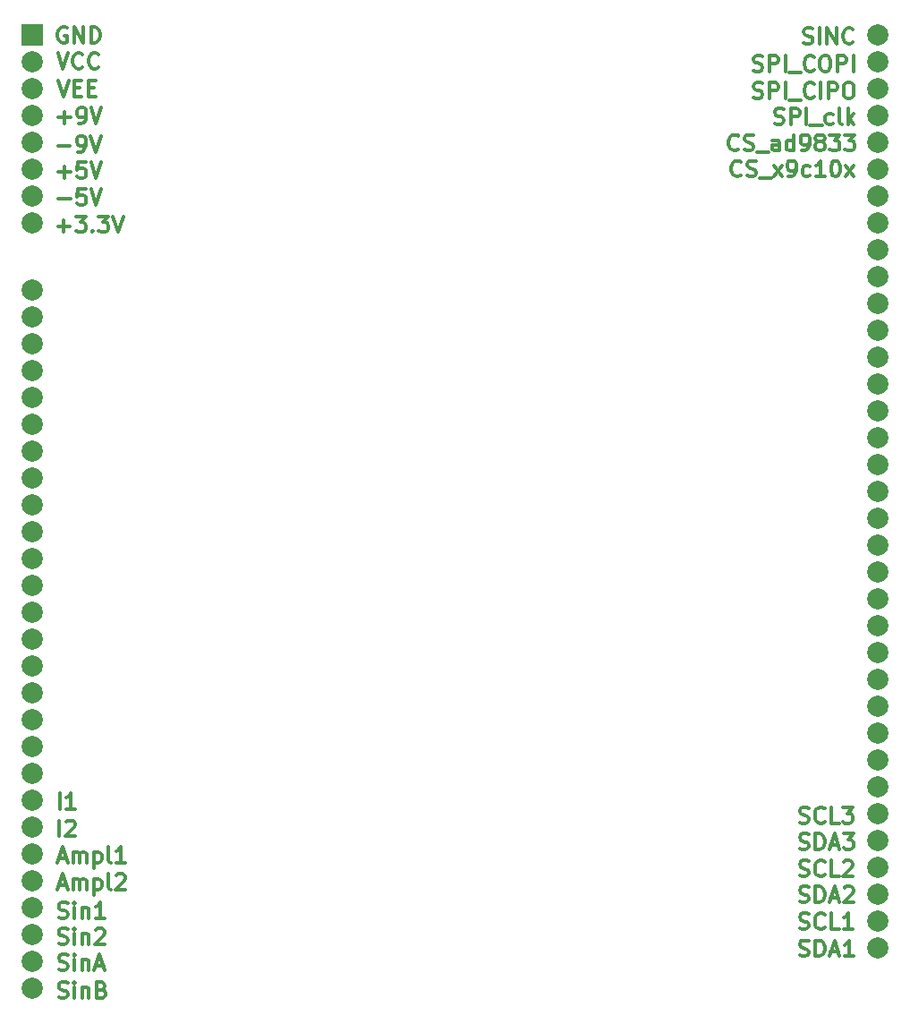
<source format=gbr>
%TF.GenerationSoftware,KiCad,Pcbnew,7.0.5-7.0.5~ubuntu20.04.1*%
%TF.CreationDate,2023-07-21T18:18:41-03:00*%
%TF.ProjectId,Barramento_EITduino,42617272-616d-4656-9e74-6f5f45495464,v01*%
%TF.SameCoordinates,Original*%
%TF.FileFunction,Copper,L1,Top*%
%TF.FilePolarity,Positive*%
%FSLAX46Y46*%
G04 Gerber Fmt 4.6, Leading zero omitted, Abs format (unit mm)*
G04 Created by KiCad (PCBNEW 7.0.5-7.0.5~ubuntu20.04.1) date 2023-07-21 18:18:41*
%MOMM*%
%LPD*%
G01*
G04 APERTURE LIST*
%ADD10C,0.300000*%
%TA.AperFunction,NonConductor*%
%ADD11C,0.300000*%
%TD*%
%TA.AperFunction,ComponentPad*%
%ADD12C,2.000000*%
%TD*%
%TA.AperFunction,ComponentPad*%
%ADD13R,2.000000X2.000000*%
%TD*%
G04 APERTURE END LIST*
D10*
D11*
X179299082Y-144229400D02*
X179513368Y-144300828D01*
X179513368Y-144300828D02*
X179870510Y-144300828D01*
X179870510Y-144300828D02*
X180013368Y-144229400D01*
X180013368Y-144229400D02*
X180084796Y-144157971D01*
X180084796Y-144157971D02*
X180156225Y-144015114D01*
X180156225Y-144015114D02*
X180156225Y-143872257D01*
X180156225Y-143872257D02*
X180084796Y-143729400D01*
X180084796Y-143729400D02*
X180013368Y-143657971D01*
X180013368Y-143657971D02*
X179870510Y-143586542D01*
X179870510Y-143586542D02*
X179584796Y-143515114D01*
X179584796Y-143515114D02*
X179441939Y-143443685D01*
X179441939Y-143443685D02*
X179370510Y-143372257D01*
X179370510Y-143372257D02*
X179299082Y-143229400D01*
X179299082Y-143229400D02*
X179299082Y-143086542D01*
X179299082Y-143086542D02*
X179370510Y-142943685D01*
X179370510Y-142943685D02*
X179441939Y-142872257D01*
X179441939Y-142872257D02*
X179584796Y-142800828D01*
X179584796Y-142800828D02*
X179941939Y-142800828D01*
X179941939Y-142800828D02*
X180156225Y-142872257D01*
X180799081Y-144300828D02*
X180799081Y-142800828D01*
X180799081Y-142800828D02*
X181156224Y-142800828D01*
X181156224Y-142800828D02*
X181370510Y-142872257D01*
X181370510Y-142872257D02*
X181513367Y-143015114D01*
X181513367Y-143015114D02*
X181584796Y-143157971D01*
X181584796Y-143157971D02*
X181656224Y-143443685D01*
X181656224Y-143443685D02*
X181656224Y-143657971D01*
X181656224Y-143657971D02*
X181584796Y-143943685D01*
X181584796Y-143943685D02*
X181513367Y-144086542D01*
X181513367Y-144086542D02*
X181370510Y-144229400D01*
X181370510Y-144229400D02*
X181156224Y-144300828D01*
X181156224Y-144300828D02*
X180799081Y-144300828D01*
X182227653Y-143872257D02*
X182941939Y-143872257D01*
X182084796Y-144300828D02*
X182584796Y-142800828D01*
X182584796Y-142800828D02*
X183084796Y-144300828D01*
X184370510Y-144300828D02*
X183513367Y-144300828D01*
X183941938Y-144300828D02*
X183941938Y-142800828D01*
X183941938Y-142800828D02*
X183799081Y-143015114D01*
X183799081Y-143015114D02*
X183656224Y-143157971D01*
X183656224Y-143157971D02*
X183513367Y-143229400D01*
D10*
D11*
X109195082Y-145525400D02*
X109409368Y-145596828D01*
X109409368Y-145596828D02*
X109766510Y-145596828D01*
X109766510Y-145596828D02*
X109909368Y-145525400D01*
X109909368Y-145525400D02*
X109980796Y-145453971D01*
X109980796Y-145453971D02*
X110052225Y-145311114D01*
X110052225Y-145311114D02*
X110052225Y-145168257D01*
X110052225Y-145168257D02*
X109980796Y-145025400D01*
X109980796Y-145025400D02*
X109909368Y-144953971D01*
X109909368Y-144953971D02*
X109766510Y-144882542D01*
X109766510Y-144882542D02*
X109480796Y-144811114D01*
X109480796Y-144811114D02*
X109337939Y-144739685D01*
X109337939Y-144739685D02*
X109266510Y-144668257D01*
X109266510Y-144668257D02*
X109195082Y-144525400D01*
X109195082Y-144525400D02*
X109195082Y-144382542D01*
X109195082Y-144382542D02*
X109266510Y-144239685D01*
X109266510Y-144239685D02*
X109337939Y-144168257D01*
X109337939Y-144168257D02*
X109480796Y-144096828D01*
X109480796Y-144096828D02*
X109837939Y-144096828D01*
X109837939Y-144096828D02*
X110052225Y-144168257D01*
X110695081Y-145596828D02*
X110695081Y-144596828D01*
X110695081Y-144096828D02*
X110623653Y-144168257D01*
X110623653Y-144168257D02*
X110695081Y-144239685D01*
X110695081Y-144239685D02*
X110766510Y-144168257D01*
X110766510Y-144168257D02*
X110695081Y-144096828D01*
X110695081Y-144096828D02*
X110695081Y-144239685D01*
X111409367Y-144596828D02*
X111409367Y-145596828D01*
X111409367Y-144739685D02*
X111480796Y-144668257D01*
X111480796Y-144668257D02*
X111623653Y-144596828D01*
X111623653Y-144596828D02*
X111837939Y-144596828D01*
X111837939Y-144596828D02*
X111980796Y-144668257D01*
X111980796Y-144668257D02*
X112052225Y-144811114D01*
X112052225Y-144811114D02*
X112052225Y-145596828D01*
X112695082Y-145168257D02*
X113409368Y-145168257D01*
X112552225Y-145596828D02*
X113052225Y-144096828D01*
X113052225Y-144096828D02*
X113552225Y-145596828D01*
D10*
D11*
X174933082Y-63079400D02*
X175147368Y-63150828D01*
X175147368Y-63150828D02*
X175504510Y-63150828D01*
X175504510Y-63150828D02*
X175647368Y-63079400D01*
X175647368Y-63079400D02*
X175718796Y-63007971D01*
X175718796Y-63007971D02*
X175790225Y-62865114D01*
X175790225Y-62865114D02*
X175790225Y-62722257D01*
X175790225Y-62722257D02*
X175718796Y-62579400D01*
X175718796Y-62579400D02*
X175647368Y-62507971D01*
X175647368Y-62507971D02*
X175504510Y-62436542D01*
X175504510Y-62436542D02*
X175218796Y-62365114D01*
X175218796Y-62365114D02*
X175075939Y-62293685D01*
X175075939Y-62293685D02*
X175004510Y-62222257D01*
X175004510Y-62222257D02*
X174933082Y-62079400D01*
X174933082Y-62079400D02*
X174933082Y-61936542D01*
X174933082Y-61936542D02*
X175004510Y-61793685D01*
X175004510Y-61793685D02*
X175075939Y-61722257D01*
X175075939Y-61722257D02*
X175218796Y-61650828D01*
X175218796Y-61650828D02*
X175575939Y-61650828D01*
X175575939Y-61650828D02*
X175790225Y-61722257D01*
X176433081Y-63150828D02*
X176433081Y-61650828D01*
X176433081Y-61650828D02*
X177004510Y-61650828D01*
X177004510Y-61650828D02*
X177147367Y-61722257D01*
X177147367Y-61722257D02*
X177218796Y-61793685D01*
X177218796Y-61793685D02*
X177290224Y-61936542D01*
X177290224Y-61936542D02*
X177290224Y-62150828D01*
X177290224Y-62150828D02*
X177218796Y-62293685D01*
X177218796Y-62293685D02*
X177147367Y-62365114D01*
X177147367Y-62365114D02*
X177004510Y-62436542D01*
X177004510Y-62436542D02*
X176433081Y-62436542D01*
X177933081Y-63150828D02*
X177933081Y-61650828D01*
X178290225Y-63293685D02*
X179433082Y-63293685D01*
X180647367Y-63007971D02*
X180575939Y-63079400D01*
X180575939Y-63079400D02*
X180361653Y-63150828D01*
X180361653Y-63150828D02*
X180218796Y-63150828D01*
X180218796Y-63150828D02*
X180004510Y-63079400D01*
X180004510Y-63079400D02*
X179861653Y-62936542D01*
X179861653Y-62936542D02*
X179790224Y-62793685D01*
X179790224Y-62793685D02*
X179718796Y-62507971D01*
X179718796Y-62507971D02*
X179718796Y-62293685D01*
X179718796Y-62293685D02*
X179790224Y-62007971D01*
X179790224Y-62007971D02*
X179861653Y-61865114D01*
X179861653Y-61865114D02*
X180004510Y-61722257D01*
X180004510Y-61722257D02*
X180218796Y-61650828D01*
X180218796Y-61650828D02*
X180361653Y-61650828D01*
X180361653Y-61650828D02*
X180575939Y-61722257D01*
X180575939Y-61722257D02*
X180647367Y-61793685D01*
X181290224Y-63150828D02*
X181290224Y-61650828D01*
X182004510Y-63150828D02*
X182004510Y-61650828D01*
X182004510Y-61650828D02*
X182575939Y-61650828D01*
X182575939Y-61650828D02*
X182718796Y-61722257D01*
X182718796Y-61722257D02*
X182790225Y-61793685D01*
X182790225Y-61793685D02*
X182861653Y-61936542D01*
X182861653Y-61936542D02*
X182861653Y-62150828D01*
X182861653Y-62150828D02*
X182790225Y-62293685D01*
X182790225Y-62293685D02*
X182718796Y-62365114D01*
X182718796Y-62365114D02*
X182575939Y-62436542D01*
X182575939Y-62436542D02*
X182004510Y-62436542D01*
X183790225Y-61650828D02*
X184075939Y-61650828D01*
X184075939Y-61650828D02*
X184218796Y-61722257D01*
X184218796Y-61722257D02*
X184361653Y-61865114D01*
X184361653Y-61865114D02*
X184433082Y-62150828D01*
X184433082Y-62150828D02*
X184433082Y-62650828D01*
X184433082Y-62650828D02*
X184361653Y-62936542D01*
X184361653Y-62936542D02*
X184218796Y-63079400D01*
X184218796Y-63079400D02*
X184075939Y-63150828D01*
X184075939Y-63150828D02*
X183790225Y-63150828D01*
X183790225Y-63150828D02*
X183647368Y-63079400D01*
X183647368Y-63079400D02*
X183504510Y-62936542D01*
X183504510Y-62936542D02*
X183433082Y-62650828D01*
X183433082Y-62650828D02*
X183433082Y-62150828D01*
X183433082Y-62150828D02*
X183504510Y-61865114D01*
X183504510Y-61865114D02*
X183647368Y-61722257D01*
X183647368Y-61722257D02*
X183790225Y-61650828D01*
D10*
D11*
X173761653Y-70407971D02*
X173690225Y-70479400D01*
X173690225Y-70479400D02*
X173475939Y-70550828D01*
X173475939Y-70550828D02*
X173333082Y-70550828D01*
X173333082Y-70550828D02*
X173118796Y-70479400D01*
X173118796Y-70479400D02*
X172975939Y-70336542D01*
X172975939Y-70336542D02*
X172904510Y-70193685D01*
X172904510Y-70193685D02*
X172833082Y-69907971D01*
X172833082Y-69907971D02*
X172833082Y-69693685D01*
X172833082Y-69693685D02*
X172904510Y-69407971D01*
X172904510Y-69407971D02*
X172975939Y-69265114D01*
X172975939Y-69265114D02*
X173118796Y-69122257D01*
X173118796Y-69122257D02*
X173333082Y-69050828D01*
X173333082Y-69050828D02*
X173475939Y-69050828D01*
X173475939Y-69050828D02*
X173690225Y-69122257D01*
X173690225Y-69122257D02*
X173761653Y-69193685D01*
X174333082Y-70479400D02*
X174547368Y-70550828D01*
X174547368Y-70550828D02*
X174904510Y-70550828D01*
X174904510Y-70550828D02*
X175047368Y-70479400D01*
X175047368Y-70479400D02*
X175118796Y-70407971D01*
X175118796Y-70407971D02*
X175190225Y-70265114D01*
X175190225Y-70265114D02*
X175190225Y-70122257D01*
X175190225Y-70122257D02*
X175118796Y-69979400D01*
X175118796Y-69979400D02*
X175047368Y-69907971D01*
X175047368Y-69907971D02*
X174904510Y-69836542D01*
X174904510Y-69836542D02*
X174618796Y-69765114D01*
X174618796Y-69765114D02*
X174475939Y-69693685D01*
X174475939Y-69693685D02*
X174404510Y-69622257D01*
X174404510Y-69622257D02*
X174333082Y-69479400D01*
X174333082Y-69479400D02*
X174333082Y-69336542D01*
X174333082Y-69336542D02*
X174404510Y-69193685D01*
X174404510Y-69193685D02*
X174475939Y-69122257D01*
X174475939Y-69122257D02*
X174618796Y-69050828D01*
X174618796Y-69050828D02*
X174975939Y-69050828D01*
X174975939Y-69050828D02*
X175190225Y-69122257D01*
X175475939Y-70693685D02*
X176618796Y-70693685D01*
X176833081Y-70550828D02*
X177618796Y-69550828D01*
X176833081Y-69550828D02*
X177618796Y-70550828D01*
X178261653Y-70550828D02*
X178547367Y-70550828D01*
X178547367Y-70550828D02*
X178690224Y-70479400D01*
X178690224Y-70479400D02*
X178761653Y-70407971D01*
X178761653Y-70407971D02*
X178904510Y-70193685D01*
X178904510Y-70193685D02*
X178975939Y-69907971D01*
X178975939Y-69907971D02*
X178975939Y-69336542D01*
X178975939Y-69336542D02*
X178904510Y-69193685D01*
X178904510Y-69193685D02*
X178833082Y-69122257D01*
X178833082Y-69122257D02*
X178690224Y-69050828D01*
X178690224Y-69050828D02*
X178404510Y-69050828D01*
X178404510Y-69050828D02*
X178261653Y-69122257D01*
X178261653Y-69122257D02*
X178190224Y-69193685D01*
X178190224Y-69193685D02*
X178118796Y-69336542D01*
X178118796Y-69336542D02*
X178118796Y-69693685D01*
X178118796Y-69693685D02*
X178190224Y-69836542D01*
X178190224Y-69836542D02*
X178261653Y-69907971D01*
X178261653Y-69907971D02*
X178404510Y-69979400D01*
X178404510Y-69979400D02*
X178690224Y-69979400D01*
X178690224Y-69979400D02*
X178833082Y-69907971D01*
X178833082Y-69907971D02*
X178904510Y-69836542D01*
X178904510Y-69836542D02*
X178975939Y-69693685D01*
X180261653Y-70479400D02*
X180118795Y-70550828D01*
X180118795Y-70550828D02*
X179833081Y-70550828D01*
X179833081Y-70550828D02*
X179690224Y-70479400D01*
X179690224Y-70479400D02*
X179618795Y-70407971D01*
X179618795Y-70407971D02*
X179547367Y-70265114D01*
X179547367Y-70265114D02*
X179547367Y-69836542D01*
X179547367Y-69836542D02*
X179618795Y-69693685D01*
X179618795Y-69693685D02*
X179690224Y-69622257D01*
X179690224Y-69622257D02*
X179833081Y-69550828D01*
X179833081Y-69550828D02*
X180118795Y-69550828D01*
X180118795Y-69550828D02*
X180261653Y-69622257D01*
X181690224Y-70550828D02*
X180833081Y-70550828D01*
X181261652Y-70550828D02*
X181261652Y-69050828D01*
X181261652Y-69050828D02*
X181118795Y-69265114D01*
X181118795Y-69265114D02*
X180975938Y-69407971D01*
X180975938Y-69407971D02*
X180833081Y-69479400D01*
X182618795Y-69050828D02*
X182761652Y-69050828D01*
X182761652Y-69050828D02*
X182904509Y-69122257D01*
X182904509Y-69122257D02*
X182975938Y-69193685D01*
X182975938Y-69193685D02*
X183047366Y-69336542D01*
X183047366Y-69336542D02*
X183118795Y-69622257D01*
X183118795Y-69622257D02*
X183118795Y-69979400D01*
X183118795Y-69979400D02*
X183047366Y-70265114D01*
X183047366Y-70265114D02*
X182975938Y-70407971D01*
X182975938Y-70407971D02*
X182904509Y-70479400D01*
X182904509Y-70479400D02*
X182761652Y-70550828D01*
X182761652Y-70550828D02*
X182618795Y-70550828D01*
X182618795Y-70550828D02*
X182475938Y-70479400D01*
X182475938Y-70479400D02*
X182404509Y-70407971D01*
X182404509Y-70407971D02*
X182333080Y-70265114D01*
X182333080Y-70265114D02*
X182261652Y-69979400D01*
X182261652Y-69979400D02*
X182261652Y-69622257D01*
X182261652Y-69622257D02*
X182333080Y-69336542D01*
X182333080Y-69336542D02*
X182404509Y-69193685D01*
X182404509Y-69193685D02*
X182475938Y-69122257D01*
X182475938Y-69122257D02*
X182618795Y-69050828D01*
X183618794Y-70550828D02*
X184404509Y-69550828D01*
X183618794Y-69550828D02*
X184404509Y-70550828D01*
D10*
D11*
X109104510Y-67629400D02*
X110247368Y-67629400D01*
X111033082Y-68200828D02*
X111318796Y-68200828D01*
X111318796Y-68200828D02*
X111461653Y-68129400D01*
X111461653Y-68129400D02*
X111533082Y-68057971D01*
X111533082Y-68057971D02*
X111675939Y-67843685D01*
X111675939Y-67843685D02*
X111747368Y-67557971D01*
X111747368Y-67557971D02*
X111747368Y-66986542D01*
X111747368Y-66986542D02*
X111675939Y-66843685D01*
X111675939Y-66843685D02*
X111604511Y-66772257D01*
X111604511Y-66772257D02*
X111461653Y-66700828D01*
X111461653Y-66700828D02*
X111175939Y-66700828D01*
X111175939Y-66700828D02*
X111033082Y-66772257D01*
X111033082Y-66772257D02*
X110961653Y-66843685D01*
X110961653Y-66843685D02*
X110890225Y-66986542D01*
X110890225Y-66986542D02*
X110890225Y-67343685D01*
X110890225Y-67343685D02*
X110961653Y-67486542D01*
X110961653Y-67486542D02*
X111033082Y-67557971D01*
X111033082Y-67557971D02*
X111175939Y-67629400D01*
X111175939Y-67629400D02*
X111461653Y-67629400D01*
X111461653Y-67629400D02*
X111604511Y-67557971D01*
X111604511Y-67557971D02*
X111675939Y-67486542D01*
X111675939Y-67486542D02*
X111747368Y-67343685D01*
X112175939Y-66700828D02*
X112675939Y-68200828D01*
X112675939Y-68200828D02*
X113175939Y-66700828D01*
D10*
D11*
X173511653Y-67957971D02*
X173440225Y-68029400D01*
X173440225Y-68029400D02*
X173225939Y-68100828D01*
X173225939Y-68100828D02*
X173083082Y-68100828D01*
X173083082Y-68100828D02*
X172868796Y-68029400D01*
X172868796Y-68029400D02*
X172725939Y-67886542D01*
X172725939Y-67886542D02*
X172654510Y-67743685D01*
X172654510Y-67743685D02*
X172583082Y-67457971D01*
X172583082Y-67457971D02*
X172583082Y-67243685D01*
X172583082Y-67243685D02*
X172654510Y-66957971D01*
X172654510Y-66957971D02*
X172725939Y-66815114D01*
X172725939Y-66815114D02*
X172868796Y-66672257D01*
X172868796Y-66672257D02*
X173083082Y-66600828D01*
X173083082Y-66600828D02*
X173225939Y-66600828D01*
X173225939Y-66600828D02*
X173440225Y-66672257D01*
X173440225Y-66672257D02*
X173511653Y-66743685D01*
X174083082Y-68029400D02*
X174297368Y-68100828D01*
X174297368Y-68100828D02*
X174654510Y-68100828D01*
X174654510Y-68100828D02*
X174797368Y-68029400D01*
X174797368Y-68029400D02*
X174868796Y-67957971D01*
X174868796Y-67957971D02*
X174940225Y-67815114D01*
X174940225Y-67815114D02*
X174940225Y-67672257D01*
X174940225Y-67672257D02*
X174868796Y-67529400D01*
X174868796Y-67529400D02*
X174797368Y-67457971D01*
X174797368Y-67457971D02*
X174654510Y-67386542D01*
X174654510Y-67386542D02*
X174368796Y-67315114D01*
X174368796Y-67315114D02*
X174225939Y-67243685D01*
X174225939Y-67243685D02*
X174154510Y-67172257D01*
X174154510Y-67172257D02*
X174083082Y-67029400D01*
X174083082Y-67029400D02*
X174083082Y-66886542D01*
X174083082Y-66886542D02*
X174154510Y-66743685D01*
X174154510Y-66743685D02*
X174225939Y-66672257D01*
X174225939Y-66672257D02*
X174368796Y-66600828D01*
X174368796Y-66600828D02*
X174725939Y-66600828D01*
X174725939Y-66600828D02*
X174940225Y-66672257D01*
X175225939Y-68243685D02*
X176368796Y-68243685D01*
X177368796Y-68100828D02*
X177368796Y-67315114D01*
X177368796Y-67315114D02*
X177297367Y-67172257D01*
X177297367Y-67172257D02*
X177154510Y-67100828D01*
X177154510Y-67100828D02*
X176868796Y-67100828D01*
X176868796Y-67100828D02*
X176725938Y-67172257D01*
X177368796Y-68029400D02*
X177225938Y-68100828D01*
X177225938Y-68100828D02*
X176868796Y-68100828D01*
X176868796Y-68100828D02*
X176725938Y-68029400D01*
X176725938Y-68029400D02*
X176654510Y-67886542D01*
X176654510Y-67886542D02*
X176654510Y-67743685D01*
X176654510Y-67743685D02*
X176725938Y-67600828D01*
X176725938Y-67600828D02*
X176868796Y-67529400D01*
X176868796Y-67529400D02*
X177225938Y-67529400D01*
X177225938Y-67529400D02*
X177368796Y-67457971D01*
X178725939Y-68100828D02*
X178725939Y-66600828D01*
X178725939Y-68029400D02*
X178583081Y-68100828D01*
X178583081Y-68100828D02*
X178297367Y-68100828D01*
X178297367Y-68100828D02*
X178154510Y-68029400D01*
X178154510Y-68029400D02*
X178083081Y-67957971D01*
X178083081Y-67957971D02*
X178011653Y-67815114D01*
X178011653Y-67815114D02*
X178011653Y-67386542D01*
X178011653Y-67386542D02*
X178083081Y-67243685D01*
X178083081Y-67243685D02*
X178154510Y-67172257D01*
X178154510Y-67172257D02*
X178297367Y-67100828D01*
X178297367Y-67100828D02*
X178583081Y-67100828D01*
X178583081Y-67100828D02*
X178725939Y-67172257D01*
X179511653Y-68100828D02*
X179797367Y-68100828D01*
X179797367Y-68100828D02*
X179940224Y-68029400D01*
X179940224Y-68029400D02*
X180011653Y-67957971D01*
X180011653Y-67957971D02*
X180154510Y-67743685D01*
X180154510Y-67743685D02*
X180225939Y-67457971D01*
X180225939Y-67457971D02*
X180225939Y-66886542D01*
X180225939Y-66886542D02*
X180154510Y-66743685D01*
X180154510Y-66743685D02*
X180083082Y-66672257D01*
X180083082Y-66672257D02*
X179940224Y-66600828D01*
X179940224Y-66600828D02*
X179654510Y-66600828D01*
X179654510Y-66600828D02*
X179511653Y-66672257D01*
X179511653Y-66672257D02*
X179440224Y-66743685D01*
X179440224Y-66743685D02*
X179368796Y-66886542D01*
X179368796Y-66886542D02*
X179368796Y-67243685D01*
X179368796Y-67243685D02*
X179440224Y-67386542D01*
X179440224Y-67386542D02*
X179511653Y-67457971D01*
X179511653Y-67457971D02*
X179654510Y-67529400D01*
X179654510Y-67529400D02*
X179940224Y-67529400D01*
X179940224Y-67529400D02*
X180083082Y-67457971D01*
X180083082Y-67457971D02*
X180154510Y-67386542D01*
X180154510Y-67386542D02*
X180225939Y-67243685D01*
X181083081Y-67243685D02*
X180940224Y-67172257D01*
X180940224Y-67172257D02*
X180868795Y-67100828D01*
X180868795Y-67100828D02*
X180797367Y-66957971D01*
X180797367Y-66957971D02*
X180797367Y-66886542D01*
X180797367Y-66886542D02*
X180868795Y-66743685D01*
X180868795Y-66743685D02*
X180940224Y-66672257D01*
X180940224Y-66672257D02*
X181083081Y-66600828D01*
X181083081Y-66600828D02*
X181368795Y-66600828D01*
X181368795Y-66600828D02*
X181511653Y-66672257D01*
X181511653Y-66672257D02*
X181583081Y-66743685D01*
X181583081Y-66743685D02*
X181654510Y-66886542D01*
X181654510Y-66886542D02*
X181654510Y-66957971D01*
X181654510Y-66957971D02*
X181583081Y-67100828D01*
X181583081Y-67100828D02*
X181511653Y-67172257D01*
X181511653Y-67172257D02*
X181368795Y-67243685D01*
X181368795Y-67243685D02*
X181083081Y-67243685D01*
X181083081Y-67243685D02*
X180940224Y-67315114D01*
X180940224Y-67315114D02*
X180868795Y-67386542D01*
X180868795Y-67386542D02*
X180797367Y-67529400D01*
X180797367Y-67529400D02*
X180797367Y-67815114D01*
X180797367Y-67815114D02*
X180868795Y-67957971D01*
X180868795Y-67957971D02*
X180940224Y-68029400D01*
X180940224Y-68029400D02*
X181083081Y-68100828D01*
X181083081Y-68100828D02*
X181368795Y-68100828D01*
X181368795Y-68100828D02*
X181511653Y-68029400D01*
X181511653Y-68029400D02*
X181583081Y-67957971D01*
X181583081Y-67957971D02*
X181654510Y-67815114D01*
X181654510Y-67815114D02*
X181654510Y-67529400D01*
X181654510Y-67529400D02*
X181583081Y-67386542D01*
X181583081Y-67386542D02*
X181511653Y-67315114D01*
X181511653Y-67315114D02*
X181368795Y-67243685D01*
X182154509Y-66600828D02*
X183083081Y-66600828D01*
X183083081Y-66600828D02*
X182583081Y-67172257D01*
X182583081Y-67172257D02*
X182797366Y-67172257D01*
X182797366Y-67172257D02*
X182940224Y-67243685D01*
X182940224Y-67243685D02*
X183011652Y-67315114D01*
X183011652Y-67315114D02*
X183083081Y-67457971D01*
X183083081Y-67457971D02*
X183083081Y-67815114D01*
X183083081Y-67815114D02*
X183011652Y-67957971D01*
X183011652Y-67957971D02*
X182940224Y-68029400D01*
X182940224Y-68029400D02*
X182797366Y-68100828D01*
X182797366Y-68100828D02*
X182368795Y-68100828D01*
X182368795Y-68100828D02*
X182225938Y-68029400D01*
X182225938Y-68029400D02*
X182154509Y-67957971D01*
X183583080Y-66600828D02*
X184511652Y-66600828D01*
X184511652Y-66600828D02*
X184011652Y-67172257D01*
X184011652Y-67172257D02*
X184225937Y-67172257D01*
X184225937Y-67172257D02*
X184368795Y-67243685D01*
X184368795Y-67243685D02*
X184440223Y-67315114D01*
X184440223Y-67315114D02*
X184511652Y-67457971D01*
X184511652Y-67457971D02*
X184511652Y-67815114D01*
X184511652Y-67815114D02*
X184440223Y-67957971D01*
X184440223Y-67957971D02*
X184368795Y-68029400D01*
X184368795Y-68029400D02*
X184225937Y-68100828D01*
X184225937Y-68100828D02*
X183797366Y-68100828D01*
X183797366Y-68100828D02*
X183654509Y-68029400D01*
X183654509Y-68029400D02*
X183583080Y-67957971D01*
D10*
D11*
X109104510Y-75229400D02*
X110247368Y-75229400D01*
X109675939Y-75800828D02*
X109675939Y-74657971D01*
X110818796Y-74300828D02*
X111747368Y-74300828D01*
X111747368Y-74300828D02*
X111247368Y-74872257D01*
X111247368Y-74872257D02*
X111461653Y-74872257D01*
X111461653Y-74872257D02*
X111604511Y-74943685D01*
X111604511Y-74943685D02*
X111675939Y-75015114D01*
X111675939Y-75015114D02*
X111747368Y-75157971D01*
X111747368Y-75157971D02*
X111747368Y-75515114D01*
X111747368Y-75515114D02*
X111675939Y-75657971D01*
X111675939Y-75657971D02*
X111604511Y-75729400D01*
X111604511Y-75729400D02*
X111461653Y-75800828D01*
X111461653Y-75800828D02*
X111033082Y-75800828D01*
X111033082Y-75800828D02*
X110890225Y-75729400D01*
X110890225Y-75729400D02*
X110818796Y-75657971D01*
X112390224Y-75657971D02*
X112461653Y-75729400D01*
X112461653Y-75729400D02*
X112390224Y-75800828D01*
X112390224Y-75800828D02*
X112318796Y-75729400D01*
X112318796Y-75729400D02*
X112390224Y-75657971D01*
X112390224Y-75657971D02*
X112390224Y-75800828D01*
X112961653Y-74300828D02*
X113890225Y-74300828D01*
X113890225Y-74300828D02*
X113390225Y-74872257D01*
X113390225Y-74872257D02*
X113604510Y-74872257D01*
X113604510Y-74872257D02*
X113747368Y-74943685D01*
X113747368Y-74943685D02*
X113818796Y-75015114D01*
X113818796Y-75015114D02*
X113890225Y-75157971D01*
X113890225Y-75157971D02*
X113890225Y-75515114D01*
X113890225Y-75515114D02*
X113818796Y-75657971D01*
X113818796Y-75657971D02*
X113747368Y-75729400D01*
X113747368Y-75729400D02*
X113604510Y-75800828D01*
X113604510Y-75800828D02*
X113175939Y-75800828D01*
X113175939Y-75800828D02*
X113033082Y-75729400D01*
X113033082Y-75729400D02*
X112961653Y-75657971D01*
X114318796Y-74300828D02*
X114818796Y-75800828D01*
X114818796Y-75800828D02*
X115318796Y-74300828D01*
D10*
D11*
X109183082Y-140629400D02*
X109397368Y-140700828D01*
X109397368Y-140700828D02*
X109754510Y-140700828D01*
X109754510Y-140700828D02*
X109897368Y-140629400D01*
X109897368Y-140629400D02*
X109968796Y-140557971D01*
X109968796Y-140557971D02*
X110040225Y-140415114D01*
X110040225Y-140415114D02*
X110040225Y-140272257D01*
X110040225Y-140272257D02*
X109968796Y-140129400D01*
X109968796Y-140129400D02*
X109897368Y-140057971D01*
X109897368Y-140057971D02*
X109754510Y-139986542D01*
X109754510Y-139986542D02*
X109468796Y-139915114D01*
X109468796Y-139915114D02*
X109325939Y-139843685D01*
X109325939Y-139843685D02*
X109254510Y-139772257D01*
X109254510Y-139772257D02*
X109183082Y-139629400D01*
X109183082Y-139629400D02*
X109183082Y-139486542D01*
X109183082Y-139486542D02*
X109254510Y-139343685D01*
X109254510Y-139343685D02*
X109325939Y-139272257D01*
X109325939Y-139272257D02*
X109468796Y-139200828D01*
X109468796Y-139200828D02*
X109825939Y-139200828D01*
X109825939Y-139200828D02*
X110040225Y-139272257D01*
X110683081Y-140700828D02*
X110683081Y-139700828D01*
X110683081Y-139200828D02*
X110611653Y-139272257D01*
X110611653Y-139272257D02*
X110683081Y-139343685D01*
X110683081Y-139343685D02*
X110754510Y-139272257D01*
X110754510Y-139272257D02*
X110683081Y-139200828D01*
X110683081Y-139200828D02*
X110683081Y-139343685D01*
X111397367Y-139700828D02*
X111397367Y-140700828D01*
X111397367Y-139843685D02*
X111468796Y-139772257D01*
X111468796Y-139772257D02*
X111611653Y-139700828D01*
X111611653Y-139700828D02*
X111825939Y-139700828D01*
X111825939Y-139700828D02*
X111968796Y-139772257D01*
X111968796Y-139772257D02*
X112040225Y-139915114D01*
X112040225Y-139915114D02*
X112040225Y-140700828D01*
X113540225Y-140700828D02*
X112683082Y-140700828D01*
X113111653Y-140700828D02*
X113111653Y-139200828D01*
X113111653Y-139200828D02*
X112968796Y-139415114D01*
X112968796Y-139415114D02*
X112825939Y-139557971D01*
X112825939Y-139557971D02*
X112683082Y-139629400D01*
D10*
D11*
X109154510Y-70129400D02*
X110297368Y-70129400D01*
X109725939Y-70700828D02*
X109725939Y-69557971D01*
X111725939Y-69200828D02*
X111011653Y-69200828D01*
X111011653Y-69200828D02*
X110940225Y-69915114D01*
X110940225Y-69915114D02*
X111011653Y-69843685D01*
X111011653Y-69843685D02*
X111154511Y-69772257D01*
X111154511Y-69772257D02*
X111511653Y-69772257D01*
X111511653Y-69772257D02*
X111654511Y-69843685D01*
X111654511Y-69843685D02*
X111725939Y-69915114D01*
X111725939Y-69915114D02*
X111797368Y-70057971D01*
X111797368Y-70057971D02*
X111797368Y-70415114D01*
X111797368Y-70415114D02*
X111725939Y-70557971D01*
X111725939Y-70557971D02*
X111654511Y-70629400D01*
X111654511Y-70629400D02*
X111511653Y-70700828D01*
X111511653Y-70700828D02*
X111154511Y-70700828D01*
X111154511Y-70700828D02*
X111011653Y-70629400D01*
X111011653Y-70629400D02*
X110940225Y-70557971D01*
X112225939Y-69200828D02*
X112725939Y-70700828D01*
X112725939Y-70700828D02*
X113225939Y-69200828D01*
D10*
D11*
X179299082Y-136679400D02*
X179513368Y-136750828D01*
X179513368Y-136750828D02*
X179870510Y-136750828D01*
X179870510Y-136750828D02*
X180013368Y-136679400D01*
X180013368Y-136679400D02*
X180084796Y-136607971D01*
X180084796Y-136607971D02*
X180156225Y-136465114D01*
X180156225Y-136465114D02*
X180156225Y-136322257D01*
X180156225Y-136322257D02*
X180084796Y-136179400D01*
X180084796Y-136179400D02*
X180013368Y-136107971D01*
X180013368Y-136107971D02*
X179870510Y-136036542D01*
X179870510Y-136036542D02*
X179584796Y-135965114D01*
X179584796Y-135965114D02*
X179441939Y-135893685D01*
X179441939Y-135893685D02*
X179370510Y-135822257D01*
X179370510Y-135822257D02*
X179299082Y-135679400D01*
X179299082Y-135679400D02*
X179299082Y-135536542D01*
X179299082Y-135536542D02*
X179370510Y-135393685D01*
X179370510Y-135393685D02*
X179441939Y-135322257D01*
X179441939Y-135322257D02*
X179584796Y-135250828D01*
X179584796Y-135250828D02*
X179941939Y-135250828D01*
X179941939Y-135250828D02*
X180156225Y-135322257D01*
X181656224Y-136607971D02*
X181584796Y-136679400D01*
X181584796Y-136679400D02*
X181370510Y-136750828D01*
X181370510Y-136750828D02*
X181227653Y-136750828D01*
X181227653Y-136750828D02*
X181013367Y-136679400D01*
X181013367Y-136679400D02*
X180870510Y-136536542D01*
X180870510Y-136536542D02*
X180799081Y-136393685D01*
X180799081Y-136393685D02*
X180727653Y-136107971D01*
X180727653Y-136107971D02*
X180727653Y-135893685D01*
X180727653Y-135893685D02*
X180799081Y-135607971D01*
X180799081Y-135607971D02*
X180870510Y-135465114D01*
X180870510Y-135465114D02*
X181013367Y-135322257D01*
X181013367Y-135322257D02*
X181227653Y-135250828D01*
X181227653Y-135250828D02*
X181370510Y-135250828D01*
X181370510Y-135250828D02*
X181584796Y-135322257D01*
X181584796Y-135322257D02*
X181656224Y-135393685D01*
X183013367Y-136750828D02*
X182299081Y-136750828D01*
X182299081Y-136750828D02*
X182299081Y-135250828D01*
X183441939Y-135393685D02*
X183513367Y-135322257D01*
X183513367Y-135322257D02*
X183656225Y-135250828D01*
X183656225Y-135250828D02*
X184013367Y-135250828D01*
X184013367Y-135250828D02*
X184156225Y-135322257D01*
X184156225Y-135322257D02*
X184227653Y-135393685D01*
X184227653Y-135393685D02*
X184299082Y-135536542D01*
X184299082Y-135536542D02*
X184299082Y-135679400D01*
X184299082Y-135679400D02*
X184227653Y-135893685D01*
X184227653Y-135893685D02*
X183370510Y-136750828D01*
X183370510Y-136750828D02*
X184299082Y-136750828D01*
D10*
D11*
X109154510Y-72679400D02*
X110297368Y-72679400D01*
X111725939Y-71750828D02*
X111011653Y-71750828D01*
X111011653Y-71750828D02*
X110940225Y-72465114D01*
X110940225Y-72465114D02*
X111011653Y-72393685D01*
X111011653Y-72393685D02*
X111154511Y-72322257D01*
X111154511Y-72322257D02*
X111511653Y-72322257D01*
X111511653Y-72322257D02*
X111654511Y-72393685D01*
X111654511Y-72393685D02*
X111725939Y-72465114D01*
X111725939Y-72465114D02*
X111797368Y-72607971D01*
X111797368Y-72607971D02*
X111797368Y-72965114D01*
X111797368Y-72965114D02*
X111725939Y-73107971D01*
X111725939Y-73107971D02*
X111654511Y-73179400D01*
X111654511Y-73179400D02*
X111511653Y-73250828D01*
X111511653Y-73250828D02*
X111154511Y-73250828D01*
X111154511Y-73250828D02*
X111011653Y-73179400D01*
X111011653Y-73179400D02*
X110940225Y-73107971D01*
X112225939Y-71750828D02*
X112725939Y-73250828D01*
X112725939Y-73250828D02*
X113225939Y-71750828D01*
D10*
D11*
X109940225Y-56472257D02*
X109797368Y-56400828D01*
X109797368Y-56400828D02*
X109583082Y-56400828D01*
X109583082Y-56400828D02*
X109368796Y-56472257D01*
X109368796Y-56472257D02*
X109225939Y-56615114D01*
X109225939Y-56615114D02*
X109154510Y-56757971D01*
X109154510Y-56757971D02*
X109083082Y-57043685D01*
X109083082Y-57043685D02*
X109083082Y-57257971D01*
X109083082Y-57257971D02*
X109154510Y-57543685D01*
X109154510Y-57543685D02*
X109225939Y-57686542D01*
X109225939Y-57686542D02*
X109368796Y-57829400D01*
X109368796Y-57829400D02*
X109583082Y-57900828D01*
X109583082Y-57900828D02*
X109725939Y-57900828D01*
X109725939Y-57900828D02*
X109940225Y-57829400D01*
X109940225Y-57829400D02*
X110011653Y-57757971D01*
X110011653Y-57757971D02*
X110011653Y-57257971D01*
X110011653Y-57257971D02*
X109725939Y-57257971D01*
X110654510Y-57900828D02*
X110654510Y-56400828D01*
X110654510Y-56400828D02*
X111511653Y-57900828D01*
X111511653Y-57900828D02*
X111511653Y-56400828D01*
X112225939Y-57900828D02*
X112225939Y-56400828D01*
X112225939Y-56400828D02*
X112583082Y-56400828D01*
X112583082Y-56400828D02*
X112797368Y-56472257D01*
X112797368Y-56472257D02*
X112940225Y-56615114D01*
X112940225Y-56615114D02*
X113011654Y-56757971D01*
X113011654Y-56757971D02*
X113083082Y-57043685D01*
X113083082Y-57043685D02*
X113083082Y-57257971D01*
X113083082Y-57257971D02*
X113011654Y-57543685D01*
X113011654Y-57543685D02*
X112940225Y-57686542D01*
X112940225Y-57686542D02*
X112797368Y-57829400D01*
X112797368Y-57829400D02*
X112583082Y-57900828D01*
X112583082Y-57900828D02*
X112225939Y-57900828D01*
D10*
D11*
X179299082Y-134129400D02*
X179513368Y-134200828D01*
X179513368Y-134200828D02*
X179870510Y-134200828D01*
X179870510Y-134200828D02*
X180013368Y-134129400D01*
X180013368Y-134129400D02*
X180084796Y-134057971D01*
X180084796Y-134057971D02*
X180156225Y-133915114D01*
X180156225Y-133915114D02*
X180156225Y-133772257D01*
X180156225Y-133772257D02*
X180084796Y-133629400D01*
X180084796Y-133629400D02*
X180013368Y-133557971D01*
X180013368Y-133557971D02*
X179870510Y-133486542D01*
X179870510Y-133486542D02*
X179584796Y-133415114D01*
X179584796Y-133415114D02*
X179441939Y-133343685D01*
X179441939Y-133343685D02*
X179370510Y-133272257D01*
X179370510Y-133272257D02*
X179299082Y-133129400D01*
X179299082Y-133129400D02*
X179299082Y-132986542D01*
X179299082Y-132986542D02*
X179370510Y-132843685D01*
X179370510Y-132843685D02*
X179441939Y-132772257D01*
X179441939Y-132772257D02*
X179584796Y-132700828D01*
X179584796Y-132700828D02*
X179941939Y-132700828D01*
X179941939Y-132700828D02*
X180156225Y-132772257D01*
X180799081Y-134200828D02*
X180799081Y-132700828D01*
X180799081Y-132700828D02*
X181156224Y-132700828D01*
X181156224Y-132700828D02*
X181370510Y-132772257D01*
X181370510Y-132772257D02*
X181513367Y-132915114D01*
X181513367Y-132915114D02*
X181584796Y-133057971D01*
X181584796Y-133057971D02*
X181656224Y-133343685D01*
X181656224Y-133343685D02*
X181656224Y-133557971D01*
X181656224Y-133557971D02*
X181584796Y-133843685D01*
X181584796Y-133843685D02*
X181513367Y-133986542D01*
X181513367Y-133986542D02*
X181370510Y-134129400D01*
X181370510Y-134129400D02*
X181156224Y-134200828D01*
X181156224Y-134200828D02*
X180799081Y-134200828D01*
X182227653Y-133772257D02*
X182941939Y-133772257D01*
X182084796Y-134200828D02*
X182584796Y-132700828D01*
X182584796Y-132700828D02*
X183084796Y-134200828D01*
X183441938Y-132700828D02*
X184370510Y-132700828D01*
X184370510Y-132700828D02*
X183870510Y-133272257D01*
X183870510Y-133272257D02*
X184084795Y-133272257D01*
X184084795Y-133272257D02*
X184227653Y-133343685D01*
X184227653Y-133343685D02*
X184299081Y-133415114D01*
X184299081Y-133415114D02*
X184370510Y-133557971D01*
X184370510Y-133557971D02*
X184370510Y-133915114D01*
X184370510Y-133915114D02*
X184299081Y-134057971D01*
X184299081Y-134057971D02*
X184227653Y-134129400D01*
X184227653Y-134129400D02*
X184084795Y-134200828D01*
X184084795Y-134200828D02*
X183656224Y-134200828D01*
X183656224Y-134200828D02*
X183513367Y-134129400D01*
X183513367Y-134129400D02*
X183441938Y-134057971D01*
D10*
D11*
X109195082Y-137548257D02*
X109909368Y-137548257D01*
X109052225Y-137976828D02*
X109552225Y-136476828D01*
X109552225Y-136476828D02*
X110052225Y-137976828D01*
X110552224Y-137976828D02*
X110552224Y-136976828D01*
X110552224Y-137119685D02*
X110623653Y-137048257D01*
X110623653Y-137048257D02*
X110766510Y-136976828D01*
X110766510Y-136976828D02*
X110980796Y-136976828D01*
X110980796Y-136976828D02*
X111123653Y-137048257D01*
X111123653Y-137048257D02*
X111195082Y-137191114D01*
X111195082Y-137191114D02*
X111195082Y-137976828D01*
X111195082Y-137191114D02*
X111266510Y-137048257D01*
X111266510Y-137048257D02*
X111409367Y-136976828D01*
X111409367Y-136976828D02*
X111623653Y-136976828D01*
X111623653Y-136976828D02*
X111766510Y-137048257D01*
X111766510Y-137048257D02*
X111837939Y-137191114D01*
X111837939Y-137191114D02*
X111837939Y-137976828D01*
X112552224Y-136976828D02*
X112552224Y-138476828D01*
X112552224Y-137048257D02*
X112695082Y-136976828D01*
X112695082Y-136976828D02*
X112980796Y-136976828D01*
X112980796Y-136976828D02*
X113123653Y-137048257D01*
X113123653Y-137048257D02*
X113195082Y-137119685D01*
X113195082Y-137119685D02*
X113266510Y-137262542D01*
X113266510Y-137262542D02*
X113266510Y-137691114D01*
X113266510Y-137691114D02*
X113195082Y-137833971D01*
X113195082Y-137833971D02*
X113123653Y-137905400D01*
X113123653Y-137905400D02*
X112980796Y-137976828D01*
X112980796Y-137976828D02*
X112695082Y-137976828D01*
X112695082Y-137976828D02*
X112552224Y-137905400D01*
X114123653Y-137976828D02*
X113980796Y-137905400D01*
X113980796Y-137905400D02*
X113909367Y-137762542D01*
X113909367Y-137762542D02*
X113909367Y-136476828D01*
X114623653Y-136619685D02*
X114695081Y-136548257D01*
X114695081Y-136548257D02*
X114837939Y-136476828D01*
X114837939Y-136476828D02*
X115195081Y-136476828D01*
X115195081Y-136476828D02*
X115337939Y-136548257D01*
X115337939Y-136548257D02*
X115409367Y-136619685D01*
X115409367Y-136619685D02*
X115480796Y-136762542D01*
X115480796Y-136762542D02*
X115480796Y-136905400D01*
X115480796Y-136905400D02*
X115409367Y-137119685D01*
X115409367Y-137119685D02*
X114552224Y-137976828D01*
X114552224Y-137976828D02*
X115480796Y-137976828D01*
D10*
D11*
X179683082Y-57929400D02*
X179897368Y-58000828D01*
X179897368Y-58000828D02*
X180254510Y-58000828D01*
X180254510Y-58000828D02*
X180397368Y-57929400D01*
X180397368Y-57929400D02*
X180468796Y-57857971D01*
X180468796Y-57857971D02*
X180540225Y-57715114D01*
X180540225Y-57715114D02*
X180540225Y-57572257D01*
X180540225Y-57572257D02*
X180468796Y-57429400D01*
X180468796Y-57429400D02*
X180397368Y-57357971D01*
X180397368Y-57357971D02*
X180254510Y-57286542D01*
X180254510Y-57286542D02*
X179968796Y-57215114D01*
X179968796Y-57215114D02*
X179825939Y-57143685D01*
X179825939Y-57143685D02*
X179754510Y-57072257D01*
X179754510Y-57072257D02*
X179683082Y-56929400D01*
X179683082Y-56929400D02*
X179683082Y-56786542D01*
X179683082Y-56786542D02*
X179754510Y-56643685D01*
X179754510Y-56643685D02*
X179825939Y-56572257D01*
X179825939Y-56572257D02*
X179968796Y-56500828D01*
X179968796Y-56500828D02*
X180325939Y-56500828D01*
X180325939Y-56500828D02*
X180540225Y-56572257D01*
X181183081Y-58000828D02*
X181183081Y-56500828D01*
X181897367Y-58000828D02*
X181897367Y-56500828D01*
X181897367Y-56500828D02*
X182754510Y-58000828D01*
X182754510Y-58000828D02*
X182754510Y-56500828D01*
X184325939Y-57857971D02*
X184254511Y-57929400D01*
X184254511Y-57929400D02*
X184040225Y-58000828D01*
X184040225Y-58000828D02*
X183897368Y-58000828D01*
X183897368Y-58000828D02*
X183683082Y-57929400D01*
X183683082Y-57929400D02*
X183540225Y-57786542D01*
X183540225Y-57786542D02*
X183468796Y-57643685D01*
X183468796Y-57643685D02*
X183397368Y-57357971D01*
X183397368Y-57357971D02*
X183397368Y-57143685D01*
X183397368Y-57143685D02*
X183468796Y-56857971D01*
X183468796Y-56857971D02*
X183540225Y-56715114D01*
X183540225Y-56715114D02*
X183683082Y-56572257D01*
X183683082Y-56572257D02*
X183897368Y-56500828D01*
X183897368Y-56500828D02*
X184040225Y-56500828D01*
X184040225Y-56500828D02*
X184254511Y-56572257D01*
X184254511Y-56572257D02*
X184325939Y-56643685D01*
D10*
D11*
X109090225Y-58850828D02*
X109590225Y-60350828D01*
X109590225Y-60350828D02*
X110090225Y-58850828D01*
X111447367Y-60207971D02*
X111375939Y-60279400D01*
X111375939Y-60279400D02*
X111161653Y-60350828D01*
X111161653Y-60350828D02*
X111018796Y-60350828D01*
X111018796Y-60350828D02*
X110804510Y-60279400D01*
X110804510Y-60279400D02*
X110661653Y-60136542D01*
X110661653Y-60136542D02*
X110590224Y-59993685D01*
X110590224Y-59993685D02*
X110518796Y-59707971D01*
X110518796Y-59707971D02*
X110518796Y-59493685D01*
X110518796Y-59493685D02*
X110590224Y-59207971D01*
X110590224Y-59207971D02*
X110661653Y-59065114D01*
X110661653Y-59065114D02*
X110804510Y-58922257D01*
X110804510Y-58922257D02*
X111018796Y-58850828D01*
X111018796Y-58850828D02*
X111161653Y-58850828D01*
X111161653Y-58850828D02*
X111375939Y-58922257D01*
X111375939Y-58922257D02*
X111447367Y-58993685D01*
X112947367Y-60207971D02*
X112875939Y-60279400D01*
X112875939Y-60279400D02*
X112661653Y-60350828D01*
X112661653Y-60350828D02*
X112518796Y-60350828D01*
X112518796Y-60350828D02*
X112304510Y-60279400D01*
X112304510Y-60279400D02*
X112161653Y-60136542D01*
X112161653Y-60136542D02*
X112090224Y-59993685D01*
X112090224Y-59993685D02*
X112018796Y-59707971D01*
X112018796Y-59707971D02*
X112018796Y-59493685D01*
X112018796Y-59493685D02*
X112090224Y-59207971D01*
X112090224Y-59207971D02*
X112161653Y-59065114D01*
X112161653Y-59065114D02*
X112304510Y-58922257D01*
X112304510Y-58922257D02*
X112518796Y-58850828D01*
X112518796Y-58850828D02*
X112661653Y-58850828D01*
X112661653Y-58850828D02*
X112875939Y-58922257D01*
X112875939Y-58922257D02*
X112947367Y-58993685D01*
D10*
D11*
X109140225Y-61450828D02*
X109640225Y-62950828D01*
X109640225Y-62950828D02*
X110140225Y-61450828D01*
X110640224Y-62165114D02*
X111140224Y-62165114D01*
X111354510Y-62950828D02*
X110640224Y-62950828D01*
X110640224Y-62950828D02*
X110640224Y-61450828D01*
X110640224Y-61450828D02*
X111354510Y-61450828D01*
X111997367Y-62165114D02*
X112497367Y-62165114D01*
X112711653Y-62950828D02*
X111997367Y-62950828D01*
X111997367Y-62950828D02*
X111997367Y-61450828D01*
X111997367Y-61450828D02*
X112711653Y-61450828D01*
D10*
D11*
X109254510Y-132950828D02*
X109254510Y-131450828D01*
X109897368Y-131593685D02*
X109968796Y-131522257D01*
X109968796Y-131522257D02*
X110111654Y-131450828D01*
X110111654Y-131450828D02*
X110468796Y-131450828D01*
X110468796Y-131450828D02*
X110611654Y-131522257D01*
X110611654Y-131522257D02*
X110683082Y-131593685D01*
X110683082Y-131593685D02*
X110754511Y-131736542D01*
X110754511Y-131736542D02*
X110754511Y-131879400D01*
X110754511Y-131879400D02*
X110683082Y-132093685D01*
X110683082Y-132093685D02*
X109825939Y-132950828D01*
X109825939Y-132950828D02*
X110754511Y-132950828D01*
D10*
D11*
X109183082Y-148179400D02*
X109397368Y-148250828D01*
X109397368Y-148250828D02*
X109754510Y-148250828D01*
X109754510Y-148250828D02*
X109897368Y-148179400D01*
X109897368Y-148179400D02*
X109968796Y-148107971D01*
X109968796Y-148107971D02*
X110040225Y-147965114D01*
X110040225Y-147965114D02*
X110040225Y-147822257D01*
X110040225Y-147822257D02*
X109968796Y-147679400D01*
X109968796Y-147679400D02*
X109897368Y-147607971D01*
X109897368Y-147607971D02*
X109754510Y-147536542D01*
X109754510Y-147536542D02*
X109468796Y-147465114D01*
X109468796Y-147465114D02*
X109325939Y-147393685D01*
X109325939Y-147393685D02*
X109254510Y-147322257D01*
X109254510Y-147322257D02*
X109183082Y-147179400D01*
X109183082Y-147179400D02*
X109183082Y-147036542D01*
X109183082Y-147036542D02*
X109254510Y-146893685D01*
X109254510Y-146893685D02*
X109325939Y-146822257D01*
X109325939Y-146822257D02*
X109468796Y-146750828D01*
X109468796Y-146750828D02*
X109825939Y-146750828D01*
X109825939Y-146750828D02*
X110040225Y-146822257D01*
X110683081Y-148250828D02*
X110683081Y-147250828D01*
X110683081Y-146750828D02*
X110611653Y-146822257D01*
X110611653Y-146822257D02*
X110683081Y-146893685D01*
X110683081Y-146893685D02*
X110754510Y-146822257D01*
X110754510Y-146822257D02*
X110683081Y-146750828D01*
X110683081Y-146750828D02*
X110683081Y-146893685D01*
X111397367Y-147250828D02*
X111397367Y-148250828D01*
X111397367Y-147393685D02*
X111468796Y-147322257D01*
X111468796Y-147322257D02*
X111611653Y-147250828D01*
X111611653Y-147250828D02*
X111825939Y-147250828D01*
X111825939Y-147250828D02*
X111968796Y-147322257D01*
X111968796Y-147322257D02*
X112040225Y-147465114D01*
X112040225Y-147465114D02*
X112040225Y-148250828D01*
X113254510Y-147465114D02*
X113468796Y-147536542D01*
X113468796Y-147536542D02*
X113540225Y-147607971D01*
X113540225Y-147607971D02*
X113611653Y-147750828D01*
X113611653Y-147750828D02*
X113611653Y-147965114D01*
X113611653Y-147965114D02*
X113540225Y-148107971D01*
X113540225Y-148107971D02*
X113468796Y-148179400D01*
X113468796Y-148179400D02*
X113325939Y-148250828D01*
X113325939Y-148250828D02*
X112754510Y-148250828D01*
X112754510Y-148250828D02*
X112754510Y-146750828D01*
X112754510Y-146750828D02*
X113254510Y-146750828D01*
X113254510Y-146750828D02*
X113397368Y-146822257D01*
X113397368Y-146822257D02*
X113468796Y-146893685D01*
X113468796Y-146893685D02*
X113540225Y-147036542D01*
X113540225Y-147036542D02*
X113540225Y-147179400D01*
X113540225Y-147179400D02*
X113468796Y-147322257D01*
X113468796Y-147322257D02*
X113397368Y-147393685D01*
X113397368Y-147393685D02*
X113254510Y-147465114D01*
X113254510Y-147465114D02*
X112754510Y-147465114D01*
D10*
D11*
X179299082Y-139129400D02*
X179513368Y-139200828D01*
X179513368Y-139200828D02*
X179870510Y-139200828D01*
X179870510Y-139200828D02*
X180013368Y-139129400D01*
X180013368Y-139129400D02*
X180084796Y-139057971D01*
X180084796Y-139057971D02*
X180156225Y-138915114D01*
X180156225Y-138915114D02*
X180156225Y-138772257D01*
X180156225Y-138772257D02*
X180084796Y-138629400D01*
X180084796Y-138629400D02*
X180013368Y-138557971D01*
X180013368Y-138557971D02*
X179870510Y-138486542D01*
X179870510Y-138486542D02*
X179584796Y-138415114D01*
X179584796Y-138415114D02*
X179441939Y-138343685D01*
X179441939Y-138343685D02*
X179370510Y-138272257D01*
X179370510Y-138272257D02*
X179299082Y-138129400D01*
X179299082Y-138129400D02*
X179299082Y-137986542D01*
X179299082Y-137986542D02*
X179370510Y-137843685D01*
X179370510Y-137843685D02*
X179441939Y-137772257D01*
X179441939Y-137772257D02*
X179584796Y-137700828D01*
X179584796Y-137700828D02*
X179941939Y-137700828D01*
X179941939Y-137700828D02*
X180156225Y-137772257D01*
X180799081Y-139200828D02*
X180799081Y-137700828D01*
X180799081Y-137700828D02*
X181156224Y-137700828D01*
X181156224Y-137700828D02*
X181370510Y-137772257D01*
X181370510Y-137772257D02*
X181513367Y-137915114D01*
X181513367Y-137915114D02*
X181584796Y-138057971D01*
X181584796Y-138057971D02*
X181656224Y-138343685D01*
X181656224Y-138343685D02*
X181656224Y-138557971D01*
X181656224Y-138557971D02*
X181584796Y-138843685D01*
X181584796Y-138843685D02*
X181513367Y-138986542D01*
X181513367Y-138986542D02*
X181370510Y-139129400D01*
X181370510Y-139129400D02*
X181156224Y-139200828D01*
X181156224Y-139200828D02*
X180799081Y-139200828D01*
X182227653Y-138772257D02*
X182941939Y-138772257D01*
X182084796Y-139200828D02*
X182584796Y-137700828D01*
X182584796Y-137700828D02*
X183084796Y-139200828D01*
X183513367Y-137843685D02*
X183584795Y-137772257D01*
X183584795Y-137772257D02*
X183727653Y-137700828D01*
X183727653Y-137700828D02*
X184084795Y-137700828D01*
X184084795Y-137700828D02*
X184227653Y-137772257D01*
X184227653Y-137772257D02*
X184299081Y-137843685D01*
X184299081Y-137843685D02*
X184370510Y-137986542D01*
X184370510Y-137986542D02*
X184370510Y-138129400D01*
X184370510Y-138129400D02*
X184299081Y-138343685D01*
X184299081Y-138343685D02*
X183441938Y-139200828D01*
X183441938Y-139200828D02*
X184370510Y-139200828D01*
D10*
D11*
X176933082Y-65529400D02*
X177147368Y-65600828D01*
X177147368Y-65600828D02*
X177504510Y-65600828D01*
X177504510Y-65600828D02*
X177647368Y-65529400D01*
X177647368Y-65529400D02*
X177718796Y-65457971D01*
X177718796Y-65457971D02*
X177790225Y-65315114D01*
X177790225Y-65315114D02*
X177790225Y-65172257D01*
X177790225Y-65172257D02*
X177718796Y-65029400D01*
X177718796Y-65029400D02*
X177647368Y-64957971D01*
X177647368Y-64957971D02*
X177504510Y-64886542D01*
X177504510Y-64886542D02*
X177218796Y-64815114D01*
X177218796Y-64815114D02*
X177075939Y-64743685D01*
X177075939Y-64743685D02*
X177004510Y-64672257D01*
X177004510Y-64672257D02*
X176933082Y-64529400D01*
X176933082Y-64529400D02*
X176933082Y-64386542D01*
X176933082Y-64386542D02*
X177004510Y-64243685D01*
X177004510Y-64243685D02*
X177075939Y-64172257D01*
X177075939Y-64172257D02*
X177218796Y-64100828D01*
X177218796Y-64100828D02*
X177575939Y-64100828D01*
X177575939Y-64100828D02*
X177790225Y-64172257D01*
X178433081Y-65600828D02*
X178433081Y-64100828D01*
X178433081Y-64100828D02*
X179004510Y-64100828D01*
X179004510Y-64100828D02*
X179147367Y-64172257D01*
X179147367Y-64172257D02*
X179218796Y-64243685D01*
X179218796Y-64243685D02*
X179290224Y-64386542D01*
X179290224Y-64386542D02*
X179290224Y-64600828D01*
X179290224Y-64600828D02*
X179218796Y-64743685D01*
X179218796Y-64743685D02*
X179147367Y-64815114D01*
X179147367Y-64815114D02*
X179004510Y-64886542D01*
X179004510Y-64886542D02*
X178433081Y-64886542D01*
X179933081Y-65600828D02*
X179933081Y-64100828D01*
X180290225Y-65743685D02*
X181433082Y-65743685D01*
X182433082Y-65529400D02*
X182290224Y-65600828D01*
X182290224Y-65600828D02*
X182004510Y-65600828D01*
X182004510Y-65600828D02*
X181861653Y-65529400D01*
X181861653Y-65529400D02*
X181790224Y-65457971D01*
X181790224Y-65457971D02*
X181718796Y-65315114D01*
X181718796Y-65315114D02*
X181718796Y-64886542D01*
X181718796Y-64886542D02*
X181790224Y-64743685D01*
X181790224Y-64743685D02*
X181861653Y-64672257D01*
X181861653Y-64672257D02*
X182004510Y-64600828D01*
X182004510Y-64600828D02*
X182290224Y-64600828D01*
X182290224Y-64600828D02*
X182433082Y-64672257D01*
X183290224Y-65600828D02*
X183147367Y-65529400D01*
X183147367Y-65529400D02*
X183075938Y-65386542D01*
X183075938Y-65386542D02*
X183075938Y-64100828D01*
X183861652Y-65600828D02*
X183861652Y-64100828D01*
X184004510Y-65029400D02*
X184433081Y-65600828D01*
X184433081Y-64600828D02*
X183861652Y-65172257D01*
D10*
D11*
X109266510Y-130356828D02*
X109266510Y-128856828D01*
X110766511Y-130356828D02*
X109909368Y-130356828D01*
X110337939Y-130356828D02*
X110337939Y-128856828D01*
X110337939Y-128856828D02*
X110195082Y-129071114D01*
X110195082Y-129071114D02*
X110052225Y-129213971D01*
X110052225Y-129213971D02*
X109909368Y-129285400D01*
D10*
D11*
X109183082Y-143079400D02*
X109397368Y-143150828D01*
X109397368Y-143150828D02*
X109754510Y-143150828D01*
X109754510Y-143150828D02*
X109897368Y-143079400D01*
X109897368Y-143079400D02*
X109968796Y-143007971D01*
X109968796Y-143007971D02*
X110040225Y-142865114D01*
X110040225Y-142865114D02*
X110040225Y-142722257D01*
X110040225Y-142722257D02*
X109968796Y-142579400D01*
X109968796Y-142579400D02*
X109897368Y-142507971D01*
X109897368Y-142507971D02*
X109754510Y-142436542D01*
X109754510Y-142436542D02*
X109468796Y-142365114D01*
X109468796Y-142365114D02*
X109325939Y-142293685D01*
X109325939Y-142293685D02*
X109254510Y-142222257D01*
X109254510Y-142222257D02*
X109183082Y-142079400D01*
X109183082Y-142079400D02*
X109183082Y-141936542D01*
X109183082Y-141936542D02*
X109254510Y-141793685D01*
X109254510Y-141793685D02*
X109325939Y-141722257D01*
X109325939Y-141722257D02*
X109468796Y-141650828D01*
X109468796Y-141650828D02*
X109825939Y-141650828D01*
X109825939Y-141650828D02*
X110040225Y-141722257D01*
X110683081Y-143150828D02*
X110683081Y-142150828D01*
X110683081Y-141650828D02*
X110611653Y-141722257D01*
X110611653Y-141722257D02*
X110683081Y-141793685D01*
X110683081Y-141793685D02*
X110754510Y-141722257D01*
X110754510Y-141722257D02*
X110683081Y-141650828D01*
X110683081Y-141650828D02*
X110683081Y-141793685D01*
X111397367Y-142150828D02*
X111397367Y-143150828D01*
X111397367Y-142293685D02*
X111468796Y-142222257D01*
X111468796Y-142222257D02*
X111611653Y-142150828D01*
X111611653Y-142150828D02*
X111825939Y-142150828D01*
X111825939Y-142150828D02*
X111968796Y-142222257D01*
X111968796Y-142222257D02*
X112040225Y-142365114D01*
X112040225Y-142365114D02*
X112040225Y-143150828D01*
X112683082Y-141793685D02*
X112754510Y-141722257D01*
X112754510Y-141722257D02*
X112897368Y-141650828D01*
X112897368Y-141650828D02*
X113254510Y-141650828D01*
X113254510Y-141650828D02*
X113397368Y-141722257D01*
X113397368Y-141722257D02*
X113468796Y-141793685D01*
X113468796Y-141793685D02*
X113540225Y-141936542D01*
X113540225Y-141936542D02*
X113540225Y-142079400D01*
X113540225Y-142079400D02*
X113468796Y-142293685D01*
X113468796Y-142293685D02*
X112611653Y-143150828D01*
X112611653Y-143150828D02*
X113540225Y-143150828D01*
D10*
D11*
X109154510Y-64979400D02*
X110297368Y-64979400D01*
X109725939Y-65550828D02*
X109725939Y-64407971D01*
X111083082Y-65550828D02*
X111368796Y-65550828D01*
X111368796Y-65550828D02*
X111511653Y-65479400D01*
X111511653Y-65479400D02*
X111583082Y-65407971D01*
X111583082Y-65407971D02*
X111725939Y-65193685D01*
X111725939Y-65193685D02*
X111797368Y-64907971D01*
X111797368Y-64907971D02*
X111797368Y-64336542D01*
X111797368Y-64336542D02*
X111725939Y-64193685D01*
X111725939Y-64193685D02*
X111654511Y-64122257D01*
X111654511Y-64122257D02*
X111511653Y-64050828D01*
X111511653Y-64050828D02*
X111225939Y-64050828D01*
X111225939Y-64050828D02*
X111083082Y-64122257D01*
X111083082Y-64122257D02*
X111011653Y-64193685D01*
X111011653Y-64193685D02*
X110940225Y-64336542D01*
X110940225Y-64336542D02*
X110940225Y-64693685D01*
X110940225Y-64693685D02*
X111011653Y-64836542D01*
X111011653Y-64836542D02*
X111083082Y-64907971D01*
X111083082Y-64907971D02*
X111225939Y-64979400D01*
X111225939Y-64979400D02*
X111511653Y-64979400D01*
X111511653Y-64979400D02*
X111654511Y-64907971D01*
X111654511Y-64907971D02*
X111725939Y-64836542D01*
X111725939Y-64836542D02*
X111797368Y-64693685D01*
X112225939Y-64050828D02*
X112725939Y-65550828D01*
X112725939Y-65550828D02*
X113225939Y-64050828D01*
D10*
D11*
X179299082Y-141669400D02*
X179513368Y-141740828D01*
X179513368Y-141740828D02*
X179870510Y-141740828D01*
X179870510Y-141740828D02*
X180013368Y-141669400D01*
X180013368Y-141669400D02*
X180084796Y-141597971D01*
X180084796Y-141597971D02*
X180156225Y-141455114D01*
X180156225Y-141455114D02*
X180156225Y-141312257D01*
X180156225Y-141312257D02*
X180084796Y-141169400D01*
X180084796Y-141169400D02*
X180013368Y-141097971D01*
X180013368Y-141097971D02*
X179870510Y-141026542D01*
X179870510Y-141026542D02*
X179584796Y-140955114D01*
X179584796Y-140955114D02*
X179441939Y-140883685D01*
X179441939Y-140883685D02*
X179370510Y-140812257D01*
X179370510Y-140812257D02*
X179299082Y-140669400D01*
X179299082Y-140669400D02*
X179299082Y-140526542D01*
X179299082Y-140526542D02*
X179370510Y-140383685D01*
X179370510Y-140383685D02*
X179441939Y-140312257D01*
X179441939Y-140312257D02*
X179584796Y-140240828D01*
X179584796Y-140240828D02*
X179941939Y-140240828D01*
X179941939Y-140240828D02*
X180156225Y-140312257D01*
X181656224Y-141597971D02*
X181584796Y-141669400D01*
X181584796Y-141669400D02*
X181370510Y-141740828D01*
X181370510Y-141740828D02*
X181227653Y-141740828D01*
X181227653Y-141740828D02*
X181013367Y-141669400D01*
X181013367Y-141669400D02*
X180870510Y-141526542D01*
X180870510Y-141526542D02*
X180799081Y-141383685D01*
X180799081Y-141383685D02*
X180727653Y-141097971D01*
X180727653Y-141097971D02*
X180727653Y-140883685D01*
X180727653Y-140883685D02*
X180799081Y-140597971D01*
X180799081Y-140597971D02*
X180870510Y-140455114D01*
X180870510Y-140455114D02*
X181013367Y-140312257D01*
X181013367Y-140312257D02*
X181227653Y-140240828D01*
X181227653Y-140240828D02*
X181370510Y-140240828D01*
X181370510Y-140240828D02*
X181584796Y-140312257D01*
X181584796Y-140312257D02*
X181656224Y-140383685D01*
X183013367Y-141740828D02*
X182299081Y-141740828D01*
X182299081Y-141740828D02*
X182299081Y-140240828D01*
X184299082Y-141740828D02*
X183441939Y-141740828D01*
X183870510Y-141740828D02*
X183870510Y-140240828D01*
X183870510Y-140240828D02*
X183727653Y-140455114D01*
X183727653Y-140455114D02*
X183584796Y-140597971D01*
X183584796Y-140597971D02*
X183441939Y-140669400D01*
D10*
D11*
X174933082Y-60529400D02*
X175147368Y-60600828D01*
X175147368Y-60600828D02*
X175504510Y-60600828D01*
X175504510Y-60600828D02*
X175647368Y-60529400D01*
X175647368Y-60529400D02*
X175718796Y-60457971D01*
X175718796Y-60457971D02*
X175790225Y-60315114D01*
X175790225Y-60315114D02*
X175790225Y-60172257D01*
X175790225Y-60172257D02*
X175718796Y-60029400D01*
X175718796Y-60029400D02*
X175647368Y-59957971D01*
X175647368Y-59957971D02*
X175504510Y-59886542D01*
X175504510Y-59886542D02*
X175218796Y-59815114D01*
X175218796Y-59815114D02*
X175075939Y-59743685D01*
X175075939Y-59743685D02*
X175004510Y-59672257D01*
X175004510Y-59672257D02*
X174933082Y-59529400D01*
X174933082Y-59529400D02*
X174933082Y-59386542D01*
X174933082Y-59386542D02*
X175004510Y-59243685D01*
X175004510Y-59243685D02*
X175075939Y-59172257D01*
X175075939Y-59172257D02*
X175218796Y-59100828D01*
X175218796Y-59100828D02*
X175575939Y-59100828D01*
X175575939Y-59100828D02*
X175790225Y-59172257D01*
X176433081Y-60600828D02*
X176433081Y-59100828D01*
X176433081Y-59100828D02*
X177004510Y-59100828D01*
X177004510Y-59100828D02*
X177147367Y-59172257D01*
X177147367Y-59172257D02*
X177218796Y-59243685D01*
X177218796Y-59243685D02*
X177290224Y-59386542D01*
X177290224Y-59386542D02*
X177290224Y-59600828D01*
X177290224Y-59600828D02*
X177218796Y-59743685D01*
X177218796Y-59743685D02*
X177147367Y-59815114D01*
X177147367Y-59815114D02*
X177004510Y-59886542D01*
X177004510Y-59886542D02*
X176433081Y-59886542D01*
X177933081Y-60600828D02*
X177933081Y-59100828D01*
X178290225Y-60743685D02*
X179433082Y-60743685D01*
X180647367Y-60457971D02*
X180575939Y-60529400D01*
X180575939Y-60529400D02*
X180361653Y-60600828D01*
X180361653Y-60600828D02*
X180218796Y-60600828D01*
X180218796Y-60600828D02*
X180004510Y-60529400D01*
X180004510Y-60529400D02*
X179861653Y-60386542D01*
X179861653Y-60386542D02*
X179790224Y-60243685D01*
X179790224Y-60243685D02*
X179718796Y-59957971D01*
X179718796Y-59957971D02*
X179718796Y-59743685D01*
X179718796Y-59743685D02*
X179790224Y-59457971D01*
X179790224Y-59457971D02*
X179861653Y-59315114D01*
X179861653Y-59315114D02*
X180004510Y-59172257D01*
X180004510Y-59172257D02*
X180218796Y-59100828D01*
X180218796Y-59100828D02*
X180361653Y-59100828D01*
X180361653Y-59100828D02*
X180575939Y-59172257D01*
X180575939Y-59172257D02*
X180647367Y-59243685D01*
X181575939Y-59100828D02*
X181861653Y-59100828D01*
X181861653Y-59100828D02*
X182004510Y-59172257D01*
X182004510Y-59172257D02*
X182147367Y-59315114D01*
X182147367Y-59315114D02*
X182218796Y-59600828D01*
X182218796Y-59600828D02*
X182218796Y-60100828D01*
X182218796Y-60100828D02*
X182147367Y-60386542D01*
X182147367Y-60386542D02*
X182004510Y-60529400D01*
X182004510Y-60529400D02*
X181861653Y-60600828D01*
X181861653Y-60600828D02*
X181575939Y-60600828D01*
X181575939Y-60600828D02*
X181433082Y-60529400D01*
X181433082Y-60529400D02*
X181290224Y-60386542D01*
X181290224Y-60386542D02*
X181218796Y-60100828D01*
X181218796Y-60100828D02*
X181218796Y-59600828D01*
X181218796Y-59600828D02*
X181290224Y-59315114D01*
X181290224Y-59315114D02*
X181433082Y-59172257D01*
X181433082Y-59172257D02*
X181575939Y-59100828D01*
X182861653Y-60600828D02*
X182861653Y-59100828D01*
X182861653Y-59100828D02*
X183433082Y-59100828D01*
X183433082Y-59100828D02*
X183575939Y-59172257D01*
X183575939Y-59172257D02*
X183647368Y-59243685D01*
X183647368Y-59243685D02*
X183718796Y-59386542D01*
X183718796Y-59386542D02*
X183718796Y-59600828D01*
X183718796Y-59600828D02*
X183647368Y-59743685D01*
X183647368Y-59743685D02*
X183575939Y-59815114D01*
X183575939Y-59815114D02*
X183433082Y-59886542D01*
X183433082Y-59886542D02*
X182861653Y-59886542D01*
X184361653Y-60600828D02*
X184361653Y-59100828D01*
D10*
D11*
X179299082Y-131629400D02*
X179513368Y-131700828D01*
X179513368Y-131700828D02*
X179870510Y-131700828D01*
X179870510Y-131700828D02*
X180013368Y-131629400D01*
X180013368Y-131629400D02*
X180084796Y-131557971D01*
X180084796Y-131557971D02*
X180156225Y-131415114D01*
X180156225Y-131415114D02*
X180156225Y-131272257D01*
X180156225Y-131272257D02*
X180084796Y-131129400D01*
X180084796Y-131129400D02*
X180013368Y-131057971D01*
X180013368Y-131057971D02*
X179870510Y-130986542D01*
X179870510Y-130986542D02*
X179584796Y-130915114D01*
X179584796Y-130915114D02*
X179441939Y-130843685D01*
X179441939Y-130843685D02*
X179370510Y-130772257D01*
X179370510Y-130772257D02*
X179299082Y-130629400D01*
X179299082Y-130629400D02*
X179299082Y-130486542D01*
X179299082Y-130486542D02*
X179370510Y-130343685D01*
X179370510Y-130343685D02*
X179441939Y-130272257D01*
X179441939Y-130272257D02*
X179584796Y-130200828D01*
X179584796Y-130200828D02*
X179941939Y-130200828D01*
X179941939Y-130200828D02*
X180156225Y-130272257D01*
X181656224Y-131557971D02*
X181584796Y-131629400D01*
X181584796Y-131629400D02*
X181370510Y-131700828D01*
X181370510Y-131700828D02*
X181227653Y-131700828D01*
X181227653Y-131700828D02*
X181013367Y-131629400D01*
X181013367Y-131629400D02*
X180870510Y-131486542D01*
X180870510Y-131486542D02*
X180799081Y-131343685D01*
X180799081Y-131343685D02*
X180727653Y-131057971D01*
X180727653Y-131057971D02*
X180727653Y-130843685D01*
X180727653Y-130843685D02*
X180799081Y-130557971D01*
X180799081Y-130557971D02*
X180870510Y-130415114D01*
X180870510Y-130415114D02*
X181013367Y-130272257D01*
X181013367Y-130272257D02*
X181227653Y-130200828D01*
X181227653Y-130200828D02*
X181370510Y-130200828D01*
X181370510Y-130200828D02*
X181584796Y-130272257D01*
X181584796Y-130272257D02*
X181656224Y-130343685D01*
X183013367Y-131700828D02*
X182299081Y-131700828D01*
X182299081Y-131700828D02*
X182299081Y-130200828D01*
X183370510Y-130200828D02*
X184299082Y-130200828D01*
X184299082Y-130200828D02*
X183799082Y-130772257D01*
X183799082Y-130772257D02*
X184013367Y-130772257D01*
X184013367Y-130772257D02*
X184156225Y-130843685D01*
X184156225Y-130843685D02*
X184227653Y-130915114D01*
X184227653Y-130915114D02*
X184299082Y-131057971D01*
X184299082Y-131057971D02*
X184299082Y-131415114D01*
X184299082Y-131415114D02*
X184227653Y-131557971D01*
X184227653Y-131557971D02*
X184156225Y-131629400D01*
X184156225Y-131629400D02*
X184013367Y-131700828D01*
X184013367Y-131700828D02*
X183584796Y-131700828D01*
X183584796Y-131700828D02*
X183441939Y-131629400D01*
X183441939Y-131629400D02*
X183370510Y-131557971D01*
D10*
D11*
X109195082Y-135008257D02*
X109909368Y-135008257D01*
X109052225Y-135436828D02*
X109552225Y-133936828D01*
X109552225Y-133936828D02*
X110052225Y-135436828D01*
X110552224Y-135436828D02*
X110552224Y-134436828D01*
X110552224Y-134579685D02*
X110623653Y-134508257D01*
X110623653Y-134508257D02*
X110766510Y-134436828D01*
X110766510Y-134436828D02*
X110980796Y-134436828D01*
X110980796Y-134436828D02*
X111123653Y-134508257D01*
X111123653Y-134508257D02*
X111195082Y-134651114D01*
X111195082Y-134651114D02*
X111195082Y-135436828D01*
X111195082Y-134651114D02*
X111266510Y-134508257D01*
X111266510Y-134508257D02*
X111409367Y-134436828D01*
X111409367Y-134436828D02*
X111623653Y-134436828D01*
X111623653Y-134436828D02*
X111766510Y-134508257D01*
X111766510Y-134508257D02*
X111837939Y-134651114D01*
X111837939Y-134651114D02*
X111837939Y-135436828D01*
X112552224Y-134436828D02*
X112552224Y-135936828D01*
X112552224Y-134508257D02*
X112695082Y-134436828D01*
X112695082Y-134436828D02*
X112980796Y-134436828D01*
X112980796Y-134436828D02*
X113123653Y-134508257D01*
X113123653Y-134508257D02*
X113195082Y-134579685D01*
X113195082Y-134579685D02*
X113266510Y-134722542D01*
X113266510Y-134722542D02*
X113266510Y-135151114D01*
X113266510Y-135151114D02*
X113195082Y-135293971D01*
X113195082Y-135293971D02*
X113123653Y-135365400D01*
X113123653Y-135365400D02*
X112980796Y-135436828D01*
X112980796Y-135436828D02*
X112695082Y-135436828D01*
X112695082Y-135436828D02*
X112552224Y-135365400D01*
X114123653Y-135436828D02*
X113980796Y-135365400D01*
X113980796Y-135365400D02*
X113909367Y-135222542D01*
X113909367Y-135222542D02*
X113909367Y-133936828D01*
X115480796Y-135436828D02*
X114623653Y-135436828D01*
X115052224Y-135436828D02*
X115052224Y-133936828D01*
X115052224Y-133936828D02*
X114909367Y-134151114D01*
X114909367Y-134151114D02*
X114766510Y-134293971D01*
X114766510Y-134293971D02*
X114623653Y-134365400D01*
D12*
%TO.P,J4,1,Pin_1*%
%TO.N,SINC*%
X186690000Y-57150000D03*
%TO.P,J4,2,Pin_2*%
%TO.N,SPI_COPI*%
X186690000Y-59690000D03*
%TO.P,J4,3,Pin_3*%
%TO.N,SPI_CIPO*%
X186690000Y-62230000D03*
%TO.P,J4,4,Pin_4*%
%TO.N,SPI_clk*%
X186690000Y-64770000D03*
%TO.P,J4,5,Pin_5*%
%TO.N,CS (AD9833)*%
X186690000Y-67310000D03*
%TO.P,J4,6,Pin_6*%
%TO.N,CS (X9c10x)*%
X186690000Y-69850000D03*
%TO.P,J4,7,Pin_7*%
%TO.N,unconnected-(J4-Pin_7-Pad7)*%
X186690000Y-72390000D03*
%TO.P,J4,8,Pin_8*%
%TO.N,unconnected-(J4-Pin_8-Pad8)*%
X186690000Y-74930000D03*
%TO.P,J4,9,Pin_9*%
%TO.N,unconnected-(J4-Pin_9-Pad9)*%
X186690000Y-77470000D03*
%TO.P,J4,10,Pin_10*%
%TO.N,unconnected-(J4-Pin_10-Pad10)*%
X186690000Y-80010000D03*
%TO.P,J4,11,Pin_11*%
%TO.N,unconnected-(J4-Pin_11-Pad11)*%
X186690000Y-82550000D03*
%TO.P,J4,12,Pin_12*%
%TO.N,unconnected-(J4-Pin_12-Pad12)*%
X186690000Y-85090000D03*
%TO.P,J4,13,Pin_13*%
%TO.N,unconnected-(J4-Pin_13-Pad13)*%
X186690000Y-87630000D03*
%TO.P,J4,14,Pin_14*%
%TO.N,unconnected-(J4-Pin_14-Pad14)*%
X186690000Y-90170000D03*
%TO.P,J4,15,Pin_15*%
%TO.N,unconnected-(J4-Pin_15-Pad15)*%
X186690000Y-92710000D03*
%TO.P,J4,16,Pin_16*%
%TO.N,unconnected-(J4-Pin_16-Pad16)*%
X186690000Y-95250000D03*
%TO.P,J4,17,Pin_17*%
%TO.N,unconnected-(J4-Pin_17-Pad17)*%
X186690000Y-97790000D03*
%TO.P,J4,18,Pin_18*%
%TO.N,unconnected-(J4-Pin_18-Pad18)*%
X186690000Y-100330000D03*
%TO.P,J4,19,Pin_19*%
%TO.N,unconnected-(J4-Pin_19-Pad19)*%
X186690000Y-102870000D03*
%TO.P,J4,20,Pin_20*%
%TO.N,unconnected-(J4-Pin_20-Pad20)*%
X186690000Y-105410000D03*
%TO.P,J4,21,Pin_21*%
%TO.N,unconnected-(J4-Pin_21-Pad21)*%
X186690000Y-107950000D03*
%TO.P,J4,22,Pin_22*%
%TO.N,X9x10x_INC*%
X186690000Y-110490000D03*
%TO.P,J4,23,Pin_23*%
%TO.N,X9x10x_U{slash}D*%
X186690000Y-113030000D03*
%TO.P,J4,24,Pin_24*%
%TO.N,unconnected-(J4-Pin_24-Pad24)*%
X186690000Y-115570000D03*
%TO.P,J4,25,Pin_25*%
%TO.N,unconnected-(J4-Pin_25-Pad25)*%
X186690000Y-118110000D03*
%TO.P,J4,26,Pin_26*%
%TO.N,unconnected-(J4-Pin_26-Pad26)*%
X186690000Y-120650000D03*
%TO.P,J4,27,Pin_27*%
%TO.N,unconnected-(J4-Pin_27-Pad27)*%
X186690000Y-123190000D03*
%TO.P,J4,28,Pin_28*%
%TO.N,unconnected-(J4-Pin_28-Pad28)*%
X186690000Y-125730000D03*
%TO.P,J4,29,Pin_29*%
%TO.N,unconnected-(J4-Pin_29-Pad29)*%
X186690000Y-128270000D03*
%TO.P,J4,30,Pin_30*%
%TO.N,SCL3*%
X186690000Y-130810000D03*
%TO.P,J4,31,Pin_31*%
%TO.N,SDA3*%
X186690000Y-133350000D03*
%TO.P,J4,32,Pin_32*%
%TO.N,SCL2*%
X186690000Y-135890000D03*
%TO.P,J4,33,Pin_33*%
%TO.N,SDA2*%
X186690000Y-138430000D03*
%TO.P,J4,34,Pin_34*%
%TO.N,SCL1*%
X186690000Y-140970000D03*
%TO.P,J4,35,Pin_35*%
%TO.N,SDA1*%
X186690000Y-143510000D03*
%TD*%
D13*
%TO.P,J2,1,Pin_1*%
%TO.N,Earth*%
X106680000Y-57150000D03*
D12*
%TO.P,J2,2,Pin_2*%
%TO.N,+12V*%
X106680000Y-59690000D03*
%TO.P,J2,3,Pin_3*%
%TO.N,-12V*%
X106680000Y-62230000D03*
%TO.P,J2,4,Pin_4*%
%TO.N,+9V*%
X106680000Y-64770000D03*
%TO.P,J2,5,Pin_5*%
%TO.N,-9V*%
X106680000Y-67310000D03*
%TO.P,J2,6,Pin_6*%
%TO.N,+5V*%
X106680000Y-69850000D03*
%TO.P,J2,7,Pin_7*%
%TO.N,-5V*%
X106680000Y-72390000D03*
%TO.P,J2,8,Pin_8*%
%TO.N,+3.3V*%
X106680000Y-74930000D03*
%TD*%
%TO.P,J3,1,Pin_1*%
%TO.N,unconnected-(J3-Pin_1-Pad1)*%
X106680000Y-81280000D03*
%TO.P,J3,2,Pin_2*%
%TO.N,unconnected-(J3-Pin_2-Pad2)*%
X106680000Y-83820000D03*
%TO.P,J3,3,Pin_3*%
%TO.N,unconnected-(J3-Pin_3-Pad3)*%
X106680000Y-86360000D03*
%TO.P,J3,4,Pin_4*%
%TO.N,unconnected-(J3-Pin_4-Pad4)*%
X106680000Y-88900000D03*
%TO.P,J3,5,Pin_5*%
%TO.N,unconnected-(J3-Pin_5-Pad5)*%
X106680000Y-91440000D03*
%TO.P,J3,6,Pin_6*%
%TO.N,unconnected-(J3-Pin_6-Pad6)*%
X106680000Y-93980000D03*
%TO.P,J3,7,Pin_7*%
%TO.N,unconnected-(J3-Pin_7-Pad7)*%
X106680000Y-96520000D03*
%TO.P,J3,8,Pin_8*%
%TO.N,unconnected-(J3-Pin_8-Pad8)*%
X106680000Y-99060000D03*
%TO.P,J3,9,Pin_9*%
%TO.N,unconnected-(J3-Pin_9-Pad9)*%
X106680000Y-101600000D03*
%TO.P,J3,10,Pin_10*%
%TO.N,unconnected-(J3-Pin_10-Pad10)*%
X106680000Y-104140000D03*
%TO.P,J3,11,Pin_11*%
%TO.N,unconnected-(J3-Pin_11-Pad11)*%
X106680000Y-106680000D03*
%TO.P,J3,12,Pin_12*%
%TO.N,unconnected-(J3-Pin_12-Pad12)*%
X106680000Y-109220000D03*
%TO.P,J3,13,Pin_13*%
%TO.N,unconnected-(J3-Pin_13-Pad13)*%
X106680000Y-111760000D03*
%TO.P,J3,14,Pin_14*%
%TO.N,unconnected-(J3-Pin_14-Pad14)*%
X106680000Y-114300000D03*
%TO.P,J3,15,Pin_15*%
%TO.N,unconnected-(J3-Pin_15-Pad15)*%
X106680000Y-116840000D03*
%TO.P,J3,16,Pin_16*%
%TO.N,unconnected-(J3-Pin_16-Pad16)*%
X106680000Y-119380000D03*
%TO.P,J3,17,Pin_17*%
%TO.N,unconnected-(J3-Pin_17-Pad17)*%
X106680000Y-121920000D03*
%TO.P,J3,18,Pin_18*%
%TO.N,unconnected-(J3-Pin_18-Pad18)*%
X106680000Y-124460000D03*
%TO.P,J3,19,Pin_19*%
%TO.N,unconnected-(J3-Pin_19-Pad19)*%
X106680000Y-127000000D03*
%TO.P,J3,20,Pin_20*%
%TO.N,I1*%
X106680000Y-129540000D03*
%TO.P,J3,21,Pin_21*%
%TO.N,I2*%
X106680000Y-132080000D03*
%TO.P,J3,22,Pin_22*%
%TO.N,Ampl1*%
X106680000Y-134620000D03*
%TO.P,J3,23,Pin_23*%
%TO.N,Ampl2*%
X106680000Y-137160000D03*
%TO.P,J3,24,Pin_24*%
%TO.N,Sin1*%
X106680000Y-139700000D03*
%TO.P,J3,25,Pin_25*%
%TO.N,Sin2*%
X106680000Y-142240000D03*
%TO.P,J3,26,Pin_26*%
%TO.N,SinA*%
X106680000Y-144780000D03*
%TO.P,J3,27,Pin_27*%
%TO.N,SinB*%
X106680000Y-147320000D03*
%TD*%
M02*

</source>
